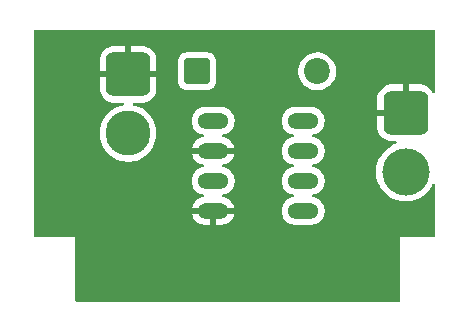
<source format=gbr>
%TF.GenerationSoftware,KiCad,Pcbnew,9.0.4*%
%TF.CreationDate,2025-09-26T17:32:34-05:00*%
%TF.ProjectId,Onboarding,4f6e626f-6172-4646-996e-672e6b696361,rev?*%
%TF.SameCoordinates,Original*%
%TF.FileFunction,Copper,L2,Bot*%
%TF.FilePolarity,Positive*%
%FSLAX46Y46*%
G04 Gerber Fmt 4.6, Leading zero omitted, Abs format (unit mm)*
G04 Created by KiCad (PCBNEW 9.0.4) date 2025-09-26 17:32:34*
%MOMM*%
%LPD*%
G01*
G04 APERTURE LIST*
G04 Aperture macros list*
%AMRoundRect*
0 Rectangle with rounded corners*
0 $1 Rounding radius*
0 $2 $3 $4 $5 $6 $7 $8 $9 X,Y pos of 4 corners*
0 Add a 4 corners polygon primitive as box body*
4,1,4,$2,$3,$4,$5,$6,$7,$8,$9,$2,$3,0*
0 Add four circle primitives for the rounded corners*
1,1,$1+$1,$2,$3*
1,1,$1+$1,$4,$5*
1,1,$1+$1,$6,$7*
1,1,$1+$1,$8,$9*
0 Add four rect primitives between the rounded corners*
20,1,$1+$1,$2,$3,$4,$5,0*
20,1,$1+$1,$4,$5,$6,$7,0*
20,1,$1+$1,$6,$7,$8,$9,0*
20,1,$1+$1,$8,$9,$2,$3,0*%
G04 Aperture macros list end*
%TA.AperFunction,ComponentPad*%
%ADD10O,2.641600X1.320800*%
%TD*%
%TA.AperFunction,ComponentPad*%
%ADD11RoundRect,0.249999X-0.850001X-0.850001X0.850001X-0.850001X0.850001X0.850001X-0.850001X0.850001X0*%
%TD*%
%TA.AperFunction,ComponentPad*%
%ADD12C,2.200000*%
%TD*%
%TA.AperFunction,ComponentPad*%
%ADD13C,3.800000*%
%TD*%
%TA.AperFunction,ComponentPad*%
%ADD14RoundRect,0.760000X-1.140000X1.140000X-1.140000X-1.140000X1.140000X-1.140000X1.140000X1.140000X0*%
%TD*%
%TA.AperFunction,ComponentPad*%
%ADD15C,4.000000*%
%TD*%
G04 APERTURE END LIST*
D10*
%TO.P,IC1,8,DRC*%
%TO.N,Net-(IC1-DRC)*%
X109310000Y-74690000D03*
%TO.P,IC1,7,IPK*%
%TO.N,Net-(IC1-IPK)*%
X109310000Y-77230000D03*
%TO.P,IC1,6,VCC*%
%TO.N,+12V*%
X109310000Y-79770000D03*
%TO.P,IC1,5,COMP*%
%TO.N,Net-(IC1-COMP)*%
X109310000Y-82310000D03*
%TO.P,IC1,4,GND*%
%TO.N,GND*%
X101690000Y-82310000D03*
%TO.P,IC1,3,TC*%
%TO.N,Net-(IC1-TC)*%
X101690000Y-79770000D03*
%TO.P,IC1,2,SWE*%
%TO.N,GND*%
X101690000Y-77230000D03*
%TO.P,IC1,1,SWC*%
%TO.N,Net-(D2-A)*%
X101690000Y-74690000D03*
%TD*%
D11*
%TO.P,D2,1,K*%
%TO.N,VCC*%
X100340000Y-70500000D03*
D12*
%TO.P,D2,2,A*%
%TO.N,Net-(D2-A)*%
X110500000Y-70500000D03*
%TD*%
D13*
%TO.P,J2,2,Pin_2*%
%TO.N,VCC*%
X94500000Y-75750000D03*
D14*
%TO.P,J2,1,Pin_1*%
%TO.N,GND*%
X94500000Y-70750000D03*
%TD*%
D15*
%TO.P,J1,2,Pin_2*%
%TO.N,+12V*%
X118000000Y-79000000D03*
D14*
%TO.P,J1,1,Pin_1*%
%TO.N,GND*%
X118000000Y-74000000D03*
%TD*%
%TA.AperFunction,Conductor*%
%TO.N,GND*%
G36*
X120443039Y-67019685D02*
G01*
X120488794Y-67072489D01*
X120500000Y-67124000D01*
X120500000Y-72234575D01*
X120480315Y-72301614D01*
X120427511Y-72347369D01*
X120358353Y-72357313D01*
X120294797Y-72328288D01*
X120263101Y-72285857D01*
X120240302Y-72235665D01*
X120240301Y-72235663D01*
X120111148Y-72049241D01*
X120111138Y-72049229D01*
X119950770Y-71888861D01*
X119950758Y-71888851D01*
X119764336Y-71759698D01*
X119764330Y-71759695D01*
X119557832Y-71665899D01*
X119557829Y-71665898D01*
X119337912Y-71610483D01*
X119337906Y-71610482D01*
X119204719Y-71600000D01*
X118250000Y-71600000D01*
X118250000Y-72672768D01*
X118106247Y-72650000D01*
X117893753Y-72650000D01*
X117750000Y-72672768D01*
X117750000Y-71600000D01*
X116795280Y-71600000D01*
X116662093Y-71610482D01*
X116662087Y-71610483D01*
X116442170Y-71665898D01*
X116442167Y-71665899D01*
X116235669Y-71759695D01*
X116235663Y-71759698D01*
X116049241Y-71888851D01*
X116049229Y-71888861D01*
X115888861Y-72049229D01*
X115888851Y-72049241D01*
X115759698Y-72235663D01*
X115759695Y-72235669D01*
X115665899Y-72442167D01*
X115665898Y-72442170D01*
X115610483Y-72662087D01*
X115610482Y-72662093D01*
X115600000Y-72795280D01*
X115600000Y-73750000D01*
X116672769Y-73750000D01*
X116650000Y-73893753D01*
X116650000Y-74106247D01*
X116672769Y-74250000D01*
X115600000Y-74250000D01*
X115600000Y-75204719D01*
X115610482Y-75337906D01*
X115610483Y-75337912D01*
X115665898Y-75557829D01*
X115665899Y-75557832D01*
X115759695Y-75764330D01*
X115759698Y-75764336D01*
X115888851Y-75950758D01*
X115888861Y-75950770D01*
X116049229Y-76111138D01*
X116049241Y-76111148D01*
X116235663Y-76240301D01*
X116235669Y-76240304D01*
X116442167Y-76334100D01*
X116442170Y-76334101D01*
X116662087Y-76389516D01*
X116662093Y-76389517D01*
X116795280Y-76399999D01*
X116795294Y-76400000D01*
X117129690Y-76400000D01*
X117196729Y-76419685D01*
X117242484Y-76472489D01*
X117252428Y-76541647D01*
X117223403Y-76605203D01*
X117170645Y-76641041D01*
X117041588Y-76686200D01*
X116788557Y-76808053D01*
X116550753Y-76957476D01*
X116331175Y-77132583D01*
X116132583Y-77331175D01*
X115957476Y-77550753D01*
X115808053Y-77788557D01*
X115686200Y-78041588D01*
X115593443Y-78306670D01*
X115593439Y-78306682D01*
X115530945Y-78580487D01*
X115530942Y-78580505D01*
X115499500Y-78859568D01*
X115499500Y-79140431D01*
X115530942Y-79419494D01*
X115530945Y-79419512D01*
X115593439Y-79693317D01*
X115593443Y-79693329D01*
X115686200Y-79958411D01*
X115808053Y-80211442D01*
X115854275Y-80285004D01*
X115957477Y-80449248D01*
X116132584Y-80668825D01*
X116331175Y-80867416D01*
X116550752Y-81042523D01*
X116788555Y-81191945D01*
X117041592Y-81313801D01*
X117240680Y-81383465D01*
X117306670Y-81406556D01*
X117306682Y-81406560D01*
X117580491Y-81469055D01*
X117580497Y-81469055D01*
X117580505Y-81469057D01*
X117766547Y-81490018D01*
X117859569Y-81500499D01*
X117859572Y-81500500D01*
X117859575Y-81500500D01*
X118140428Y-81500500D01*
X118140429Y-81500499D01*
X118283055Y-81484429D01*
X118419494Y-81469057D01*
X118419499Y-81469056D01*
X118419509Y-81469055D01*
X118693318Y-81406560D01*
X118958408Y-81313801D01*
X119211445Y-81191945D01*
X119449248Y-81042523D01*
X119668825Y-80867416D01*
X119867416Y-80668825D01*
X120042523Y-80449248D01*
X120191945Y-80211445D01*
X120191948Y-80211439D01*
X120264280Y-80061241D01*
X120311102Y-80009381D01*
X120378529Y-79991068D01*
X120445153Y-80012116D01*
X120489822Y-80065842D01*
X120500000Y-80115042D01*
X120500000Y-84376000D01*
X120480315Y-84443039D01*
X120427511Y-84488794D01*
X120376000Y-84500000D01*
X86624000Y-84500000D01*
X86556961Y-84480315D01*
X86511206Y-84427511D01*
X86500000Y-84376000D01*
X86500000Y-75615186D01*
X92099500Y-75615186D01*
X92099500Y-75884813D01*
X92129686Y-76152719D01*
X92129687Y-76152728D01*
X92129688Y-76152732D01*
X92130118Y-76154616D01*
X92189684Y-76415594D01*
X92189687Y-76415602D01*
X92278734Y-76670082D01*
X92395714Y-76912994D01*
X92395716Y-76912997D01*
X92539162Y-77141289D01*
X92707266Y-77352085D01*
X92897915Y-77542734D01*
X93108711Y-77710838D01*
X93337003Y-77854284D01*
X93579921Y-77971267D01*
X93771049Y-78038145D01*
X93834397Y-78060312D01*
X93834405Y-78060315D01*
X93834408Y-78060315D01*
X93834409Y-78060316D01*
X94097268Y-78120312D01*
X94365187Y-78150499D01*
X94365188Y-78150500D01*
X94365191Y-78150500D01*
X94634812Y-78150500D01*
X94634812Y-78150499D01*
X94902732Y-78120312D01*
X95165591Y-78060316D01*
X95420079Y-77971267D01*
X95662997Y-77854284D01*
X95891289Y-77710838D01*
X96102085Y-77542734D01*
X96292734Y-77352085D01*
X96460838Y-77141289D01*
X96604284Y-76912997D01*
X96721267Y-76670079D01*
X96810316Y-76415591D01*
X96870312Y-76152732D01*
X96900500Y-75884809D01*
X96900500Y-75615191D01*
X96870312Y-75347268D01*
X96810316Y-75084409D01*
X96721267Y-74829921D01*
X96609883Y-74598629D01*
X99868700Y-74598629D01*
X99868700Y-74781370D01*
X99897284Y-74961841D01*
X99897285Y-74961845D01*
X99953752Y-75135631D01*
X100036709Y-75298444D01*
X100144115Y-75446276D01*
X100273324Y-75575485D01*
X100421156Y-75682891D01*
X100583969Y-75765848D01*
X100757755Y-75822315D01*
X100807139Y-75830136D01*
X100855395Y-75837780D01*
X100918530Y-75867709D01*
X100955461Y-75927021D01*
X100954463Y-75996883D01*
X100915853Y-76055116D01*
X100855396Y-76082726D01*
X100757870Y-76098173D01*
X100584156Y-76154616D01*
X100421417Y-76237537D01*
X100273648Y-76344899D01*
X100273647Y-76344899D01*
X100144499Y-76474047D01*
X100144499Y-76474048D01*
X100037137Y-76621817D01*
X99954216Y-76784558D01*
X99897772Y-76958271D01*
X99894331Y-76979999D01*
X99894332Y-76980000D01*
X101365263Y-76980000D01*
X101364799Y-76980464D01*
X101311295Y-77073135D01*
X101283600Y-77176496D01*
X101283600Y-77283504D01*
X101311295Y-77386865D01*
X101364799Y-77479536D01*
X101365263Y-77480000D01*
X99894332Y-77480000D01*
X99897772Y-77501728D01*
X99954216Y-77675441D01*
X100037137Y-77838182D01*
X100144499Y-77985951D01*
X100144499Y-77985952D01*
X100273647Y-78115100D01*
X100421417Y-78222462D01*
X100584156Y-78305383D01*
X100757870Y-78361826D01*
X100855395Y-78377273D01*
X100918529Y-78407202D01*
X100955461Y-78466513D01*
X100954463Y-78536376D01*
X100915854Y-78594609D01*
X100855396Y-78622219D01*
X100757757Y-78637684D01*
X100583966Y-78694153D01*
X100421155Y-78777109D01*
X100273321Y-78884517D01*
X100144117Y-79013721D01*
X100036709Y-79161555D01*
X99953753Y-79324366D01*
X99897284Y-79498158D01*
X99868700Y-79678629D01*
X99868700Y-79861370D01*
X99892143Y-80009381D01*
X99897285Y-80041845D01*
X99953752Y-80215631D01*
X100036709Y-80378444D01*
X100144115Y-80526276D01*
X100273324Y-80655485D01*
X100421156Y-80762891D01*
X100583969Y-80845848D01*
X100757755Y-80902315D01*
X100807139Y-80910136D01*
X100855395Y-80917780D01*
X100918530Y-80947709D01*
X100955461Y-81007021D01*
X100954463Y-81076883D01*
X100915853Y-81135116D01*
X100855396Y-81162726D01*
X100757870Y-81178173D01*
X100584156Y-81234616D01*
X100421417Y-81317537D01*
X100273648Y-81424899D01*
X100273647Y-81424899D01*
X100144499Y-81554047D01*
X100144499Y-81554048D01*
X100037137Y-81701817D01*
X99954216Y-81864558D01*
X99897772Y-82038271D01*
X99894331Y-82059999D01*
X99894332Y-82060000D01*
X101365263Y-82060000D01*
X101364799Y-82060464D01*
X101311295Y-82153135D01*
X101283600Y-82256496D01*
X101283600Y-82363504D01*
X101311295Y-82466865D01*
X101364799Y-82559536D01*
X101365263Y-82560000D01*
X99894332Y-82560000D01*
X99897772Y-82581728D01*
X99954216Y-82755441D01*
X100037137Y-82918182D01*
X100144499Y-83065951D01*
X100144499Y-83065952D01*
X100273647Y-83195100D01*
X100421417Y-83302462D01*
X100584156Y-83385383D01*
X100757871Y-83441827D01*
X100938270Y-83470400D01*
X101440000Y-83470400D01*
X101440000Y-82634737D01*
X101440464Y-82635201D01*
X101533135Y-82688705D01*
X101636496Y-82716400D01*
X101743504Y-82716400D01*
X101846865Y-82688705D01*
X101939536Y-82635201D01*
X101940000Y-82634737D01*
X101940000Y-83470400D01*
X102441730Y-83470400D01*
X102622128Y-83441827D01*
X102795843Y-83385383D01*
X102958582Y-83302462D01*
X103106351Y-83195100D01*
X103106352Y-83195100D01*
X103235500Y-83065952D01*
X103235500Y-83065951D01*
X103342862Y-82918182D01*
X103425783Y-82755441D01*
X103482227Y-82581728D01*
X103485668Y-82560000D01*
X102014737Y-82560000D01*
X102015201Y-82559536D01*
X102068705Y-82466865D01*
X102096400Y-82363504D01*
X102096400Y-82256496D01*
X102068705Y-82153135D01*
X102015201Y-82060464D01*
X102014737Y-82060000D01*
X103485668Y-82060000D01*
X103485668Y-82059999D01*
X103482227Y-82038271D01*
X103425783Y-81864558D01*
X103342862Y-81701817D01*
X103235500Y-81554048D01*
X103235500Y-81554047D01*
X103106352Y-81424899D01*
X102958582Y-81317537D01*
X102795843Y-81234616D01*
X102622129Y-81178173D01*
X102524603Y-81162726D01*
X102461469Y-81132796D01*
X102424538Y-81073485D01*
X102425536Y-81003622D01*
X102464146Y-80945390D01*
X102524604Y-80917780D01*
X102556399Y-80912743D01*
X102622245Y-80902315D01*
X102796031Y-80845848D01*
X102958844Y-80762891D01*
X103106676Y-80655485D01*
X103235885Y-80526276D01*
X103343291Y-80378444D01*
X103426248Y-80215631D01*
X103482715Y-80041845D01*
X103495930Y-79958408D01*
X103511300Y-79861370D01*
X103511300Y-79678629D01*
X103482715Y-79498158D01*
X103482715Y-79498155D01*
X103426248Y-79324369D01*
X103343291Y-79161556D01*
X103235885Y-79013724D01*
X103106676Y-78884515D01*
X102958844Y-78777109D01*
X102796031Y-78694152D01*
X102622245Y-78637685D01*
X102622243Y-78637684D01*
X102524603Y-78622219D01*
X102461468Y-78592289D01*
X102424538Y-78532977D01*
X102425536Y-78463115D01*
X102464147Y-78404882D01*
X102524605Y-78377273D01*
X102622127Y-78361827D01*
X102622128Y-78361827D01*
X102795843Y-78305383D01*
X102958582Y-78222462D01*
X103106351Y-78115100D01*
X103106352Y-78115100D01*
X103235500Y-77985952D01*
X103235500Y-77985951D01*
X103342862Y-77838182D01*
X103425783Y-77675441D01*
X103482227Y-77501728D01*
X103485668Y-77480000D01*
X102014737Y-77480000D01*
X102015201Y-77479536D01*
X102068705Y-77386865D01*
X102096400Y-77283504D01*
X102096400Y-77176496D01*
X102068705Y-77073135D01*
X102015201Y-76980464D01*
X102014737Y-76980000D01*
X103485668Y-76980000D01*
X103485668Y-76979999D01*
X103482227Y-76958271D01*
X103425783Y-76784558D01*
X103342862Y-76621817D01*
X103235500Y-76474048D01*
X103235500Y-76474047D01*
X103106352Y-76344899D01*
X102958582Y-76237537D01*
X102795843Y-76154616D01*
X102622129Y-76098173D01*
X102524603Y-76082726D01*
X102461469Y-76052796D01*
X102424538Y-75993485D01*
X102425536Y-75923622D01*
X102464146Y-75865390D01*
X102524604Y-75837780D01*
X102556399Y-75832743D01*
X102622245Y-75822315D01*
X102796031Y-75765848D01*
X102958844Y-75682891D01*
X103106676Y-75575485D01*
X103235885Y-75446276D01*
X103343291Y-75298444D01*
X103426248Y-75135631D01*
X103482715Y-74961845D01*
X103503610Y-74829921D01*
X103511300Y-74781370D01*
X103511300Y-74598629D01*
X107488700Y-74598629D01*
X107488700Y-74781370D01*
X107517284Y-74961841D01*
X107517285Y-74961845D01*
X107573752Y-75135631D01*
X107656709Y-75298444D01*
X107764115Y-75446276D01*
X107893324Y-75575485D01*
X108041156Y-75682891D01*
X108203969Y-75765848D01*
X108377755Y-75822315D01*
X108421812Y-75829293D01*
X108473797Y-75837527D01*
X108536932Y-75867456D01*
X108573863Y-75926768D01*
X108572865Y-75996631D01*
X108534255Y-76054863D01*
X108473797Y-76082473D01*
X108377758Y-76097684D01*
X108203966Y-76154153D01*
X108041155Y-76237109D01*
X107893321Y-76344517D01*
X107764117Y-76473721D01*
X107656709Y-76621555D01*
X107573753Y-76784366D01*
X107517284Y-76958158D01*
X107488700Y-77138629D01*
X107488700Y-77321370D01*
X107513825Y-77480000D01*
X107517285Y-77501845D01*
X107573752Y-77675631D01*
X107656709Y-77838444D01*
X107764115Y-77986276D01*
X107893324Y-78115485D01*
X108041156Y-78222891D01*
X108203969Y-78305848D01*
X108377755Y-78362315D01*
X108421812Y-78369293D01*
X108473797Y-78377527D01*
X108536932Y-78407456D01*
X108573863Y-78466768D01*
X108572865Y-78536631D01*
X108534255Y-78594863D01*
X108473797Y-78622473D01*
X108377758Y-78637684D01*
X108203966Y-78694153D01*
X108041155Y-78777109D01*
X107893321Y-78884517D01*
X107764117Y-79013721D01*
X107656709Y-79161555D01*
X107573753Y-79324366D01*
X107517284Y-79498158D01*
X107488700Y-79678629D01*
X107488700Y-79861370D01*
X107512143Y-80009381D01*
X107517285Y-80041845D01*
X107573752Y-80215631D01*
X107656709Y-80378444D01*
X107764115Y-80526276D01*
X107893324Y-80655485D01*
X108041156Y-80762891D01*
X108203969Y-80845848D01*
X108377755Y-80902315D01*
X108421812Y-80909293D01*
X108473797Y-80917527D01*
X108536932Y-80947456D01*
X108573863Y-81006768D01*
X108572865Y-81076631D01*
X108534255Y-81134863D01*
X108473797Y-81162473D01*
X108377758Y-81177684D01*
X108203966Y-81234153D01*
X108041155Y-81317109D01*
X107893321Y-81424517D01*
X107764117Y-81553721D01*
X107656709Y-81701555D01*
X107573753Y-81864366D01*
X107517284Y-82038158D01*
X107488700Y-82218629D01*
X107488700Y-82401370D01*
X107513825Y-82560000D01*
X107517285Y-82581845D01*
X107573752Y-82755631D01*
X107656709Y-82918444D01*
X107764115Y-83066276D01*
X107893324Y-83195485D01*
X108041156Y-83302891D01*
X108203969Y-83385848D01*
X108377755Y-83442315D01*
X108445435Y-83453034D01*
X108558230Y-83470900D01*
X108558235Y-83470900D01*
X110061770Y-83470900D01*
X110162031Y-83455019D01*
X110242245Y-83442315D01*
X110416031Y-83385848D01*
X110578844Y-83302891D01*
X110726676Y-83195485D01*
X110855885Y-83066276D01*
X110963291Y-82918444D01*
X111046248Y-82755631D01*
X111102715Y-82581845D01*
X111120926Y-82466865D01*
X111131300Y-82401370D01*
X111131300Y-82218629D01*
X111106175Y-82060000D01*
X111102715Y-82038155D01*
X111046248Y-81864369D01*
X110963291Y-81701556D01*
X110855885Y-81553724D01*
X110726676Y-81424515D01*
X110578844Y-81317109D01*
X110416031Y-81234152D01*
X110242245Y-81177685D01*
X110242243Y-81177684D01*
X110242241Y-81177684D01*
X110146202Y-81162473D01*
X110083067Y-81132544D01*
X110046136Y-81073232D01*
X110047134Y-81003370D01*
X110085744Y-80945137D01*
X110146202Y-80917527D01*
X110183501Y-80911619D01*
X110242245Y-80902315D01*
X110416031Y-80845848D01*
X110578844Y-80762891D01*
X110726676Y-80655485D01*
X110855885Y-80526276D01*
X110963291Y-80378444D01*
X111046248Y-80215631D01*
X111102715Y-80041845D01*
X111115930Y-79958408D01*
X111131300Y-79861370D01*
X111131300Y-79678629D01*
X111102715Y-79498158D01*
X111102715Y-79498155D01*
X111046248Y-79324369D01*
X110963291Y-79161556D01*
X110855885Y-79013724D01*
X110726676Y-78884515D01*
X110578844Y-78777109D01*
X110416031Y-78694152D01*
X110242245Y-78637685D01*
X110242243Y-78637684D01*
X110242241Y-78637684D01*
X110146202Y-78622473D01*
X110083067Y-78592544D01*
X110046136Y-78533232D01*
X110047134Y-78463370D01*
X110085744Y-78405137D01*
X110146202Y-78377527D01*
X110183501Y-78371619D01*
X110242245Y-78362315D01*
X110416031Y-78305848D01*
X110578844Y-78222891D01*
X110726676Y-78115485D01*
X110855885Y-77986276D01*
X110963291Y-77838444D01*
X111046248Y-77675631D01*
X111102715Y-77501845D01*
X111120926Y-77386865D01*
X111131300Y-77321370D01*
X111131300Y-77138629D01*
X111106175Y-76980000D01*
X111102715Y-76958155D01*
X111046248Y-76784369D01*
X110963291Y-76621556D01*
X110855885Y-76473724D01*
X110726676Y-76344515D01*
X110578844Y-76237109D01*
X110416031Y-76154152D01*
X110242245Y-76097685D01*
X110242243Y-76097684D01*
X110242241Y-76097684D01*
X110146202Y-76082473D01*
X110083067Y-76052544D01*
X110046136Y-75993232D01*
X110047134Y-75923370D01*
X110085744Y-75865137D01*
X110146202Y-75837527D01*
X110183501Y-75831619D01*
X110242245Y-75822315D01*
X110416031Y-75765848D01*
X110578844Y-75682891D01*
X110726676Y-75575485D01*
X110855885Y-75446276D01*
X110963291Y-75298444D01*
X111046248Y-75135631D01*
X111102715Y-74961845D01*
X111123610Y-74829921D01*
X111131300Y-74781370D01*
X111131300Y-74598629D01*
X111102715Y-74418158D01*
X111102715Y-74418155D01*
X111046248Y-74244369D01*
X110963291Y-74081556D01*
X110855885Y-73933724D01*
X110726676Y-73804515D01*
X110578844Y-73697109D01*
X110416031Y-73614152D01*
X110242245Y-73557685D01*
X110242243Y-73557684D01*
X110242241Y-73557684D01*
X110061770Y-73529100D01*
X110061765Y-73529100D01*
X108558235Y-73529100D01*
X108558230Y-73529100D01*
X108377758Y-73557684D01*
X108203966Y-73614153D01*
X108041155Y-73697109D01*
X107893321Y-73804517D01*
X107764117Y-73933721D01*
X107656709Y-74081555D01*
X107573753Y-74244366D01*
X107517284Y-74418158D01*
X107488700Y-74598629D01*
X103511300Y-74598629D01*
X103482715Y-74418158D01*
X103482715Y-74418155D01*
X103426248Y-74244369D01*
X103343291Y-74081556D01*
X103235885Y-73933724D01*
X103106676Y-73804515D01*
X102958844Y-73697109D01*
X102796031Y-73614152D01*
X102622245Y-73557685D01*
X102622243Y-73557684D01*
X102622241Y-73557684D01*
X102441770Y-73529100D01*
X102441765Y-73529100D01*
X100938235Y-73529100D01*
X100938230Y-73529100D01*
X100757758Y-73557684D01*
X100583966Y-73614153D01*
X100421155Y-73697109D01*
X100273321Y-73804517D01*
X100144117Y-73933721D01*
X100036709Y-74081555D01*
X99953753Y-74244366D01*
X99897284Y-74418158D01*
X99868700Y-74598629D01*
X96609883Y-74598629D01*
X96604287Y-74587008D01*
X96604284Y-74587003D01*
X96460838Y-74358711D01*
X96292734Y-74147915D01*
X96102085Y-73957266D01*
X96072560Y-73933721D01*
X96022442Y-73893753D01*
X95891289Y-73789162D01*
X95662997Y-73645716D01*
X95662994Y-73645714D01*
X95420082Y-73528734D01*
X95165602Y-73439687D01*
X95165594Y-73439684D01*
X94998814Y-73401618D01*
X94969339Y-73394890D01*
X94908362Y-73360782D01*
X94875504Y-73299121D01*
X94881199Y-73229484D01*
X94923639Y-73173980D01*
X94989349Y-73150232D01*
X94996933Y-73150000D01*
X95704706Y-73150000D01*
X95704719Y-73149999D01*
X95837906Y-73139517D01*
X95837912Y-73139516D01*
X96057829Y-73084101D01*
X96057832Y-73084100D01*
X96264330Y-72990304D01*
X96264336Y-72990301D01*
X96450758Y-72861148D01*
X96450770Y-72861138D01*
X96606739Y-72705170D01*
X96611138Y-72700770D01*
X96611148Y-72700758D01*
X96740301Y-72514336D01*
X96740304Y-72514330D01*
X96834100Y-72307832D01*
X96834101Y-72307829D01*
X96889516Y-72087912D01*
X96889517Y-72087906D01*
X96899999Y-71954719D01*
X96900000Y-71954706D01*
X96900000Y-71000000D01*
X95827231Y-71000000D01*
X95850000Y-70856247D01*
X95850000Y-70643753D01*
X95827231Y-70500000D01*
X96900000Y-70500000D01*
X96900000Y-69599982D01*
X98739500Y-69599982D01*
X98739500Y-71400017D01*
X98750000Y-71502796D01*
X98785684Y-71610482D01*
X98805186Y-71669335D01*
X98897288Y-71818656D01*
X99021344Y-71942712D01*
X99170665Y-72034814D01*
X99337202Y-72089999D01*
X99439990Y-72100500D01*
X99439995Y-72100500D01*
X101240005Y-72100500D01*
X101240010Y-72100500D01*
X101342798Y-72089999D01*
X101509335Y-72034814D01*
X101658656Y-71942712D01*
X101782712Y-71818656D01*
X101874814Y-71669335D01*
X101929999Y-71502798D01*
X101940500Y-71400010D01*
X101940500Y-70374038D01*
X108899500Y-70374038D01*
X108899500Y-70625961D01*
X108938910Y-70874785D01*
X109016760Y-71114383D01*
X109131132Y-71338848D01*
X109279201Y-71542649D01*
X109279205Y-71542654D01*
X109457345Y-71720794D01*
X109457350Y-71720798D01*
X109635117Y-71849952D01*
X109661155Y-71868870D01*
X109804184Y-71941747D01*
X109885616Y-71983239D01*
X109885618Y-71983239D01*
X109885621Y-71983241D01*
X110125215Y-72061090D01*
X110374038Y-72100500D01*
X110374039Y-72100500D01*
X110625961Y-72100500D01*
X110625962Y-72100500D01*
X110874785Y-72061090D01*
X111114379Y-71983241D01*
X111338845Y-71868870D01*
X111542656Y-71720793D01*
X111720793Y-71542656D01*
X111868870Y-71338845D01*
X111983241Y-71114379D01*
X112061090Y-70874785D01*
X112100500Y-70625962D01*
X112100500Y-70374038D01*
X112061090Y-70125215D01*
X111983241Y-69885621D01*
X111983239Y-69885618D01*
X111983239Y-69885616D01*
X111941747Y-69804184D01*
X111868870Y-69661155D01*
X111784682Y-69545280D01*
X111720798Y-69457350D01*
X111720794Y-69457345D01*
X111542654Y-69279205D01*
X111542649Y-69279201D01*
X111338848Y-69131132D01*
X111338847Y-69131131D01*
X111338845Y-69131130D01*
X111268747Y-69095413D01*
X111114383Y-69016760D01*
X110874785Y-68938910D01*
X110625962Y-68899500D01*
X110374038Y-68899500D01*
X110307738Y-68910001D01*
X110125214Y-68938910D01*
X109885616Y-69016760D01*
X109661151Y-69131132D01*
X109457350Y-69279201D01*
X109457345Y-69279205D01*
X109279205Y-69457345D01*
X109279201Y-69457350D01*
X109131132Y-69661151D01*
X109016760Y-69885616D01*
X108938910Y-70125214D01*
X108899500Y-70374038D01*
X101940500Y-70374038D01*
X101940500Y-69599990D01*
X101929999Y-69497202D01*
X101874814Y-69330665D01*
X101782712Y-69181344D01*
X101658656Y-69057288D01*
X101542543Y-68985669D01*
X101509337Y-68965187D01*
X101509332Y-68965185D01*
X101507863Y-68964698D01*
X101342798Y-68910001D01*
X101342796Y-68910000D01*
X101240017Y-68899500D01*
X101240010Y-68899500D01*
X99439990Y-68899500D01*
X99439982Y-68899500D01*
X99337203Y-68910000D01*
X99337202Y-68910001D01*
X99254669Y-68937349D01*
X99170667Y-68965185D01*
X99170662Y-68965187D01*
X99021342Y-69057289D01*
X98897289Y-69181342D01*
X98805187Y-69330662D01*
X98805186Y-69330665D01*
X98750001Y-69497202D01*
X98750001Y-69497203D01*
X98750000Y-69497203D01*
X98739500Y-69599982D01*
X96900000Y-69599982D01*
X96900000Y-69545293D01*
X96899999Y-69545280D01*
X96889517Y-69412093D01*
X96889516Y-69412087D01*
X96834101Y-69192170D01*
X96834100Y-69192167D01*
X96740304Y-68985669D01*
X96740301Y-68985663D01*
X96611148Y-68799241D01*
X96611138Y-68799229D01*
X96450770Y-68638861D01*
X96450758Y-68638851D01*
X96264336Y-68509698D01*
X96264330Y-68509695D01*
X96057832Y-68415899D01*
X96057829Y-68415898D01*
X95837912Y-68360483D01*
X95837906Y-68360482D01*
X95704719Y-68350000D01*
X94750000Y-68350000D01*
X94750000Y-69422768D01*
X94606247Y-69400000D01*
X94393753Y-69400000D01*
X94250000Y-69422768D01*
X94250000Y-68350000D01*
X93295280Y-68350000D01*
X93162093Y-68360482D01*
X93162087Y-68360483D01*
X92942170Y-68415898D01*
X92942167Y-68415899D01*
X92735669Y-68509695D01*
X92735663Y-68509698D01*
X92549241Y-68638851D01*
X92549229Y-68638861D01*
X92388861Y-68799229D01*
X92388851Y-68799241D01*
X92259698Y-68985663D01*
X92259695Y-68985669D01*
X92165899Y-69192167D01*
X92165898Y-69192170D01*
X92110483Y-69412087D01*
X92110482Y-69412093D01*
X92100000Y-69545280D01*
X92100000Y-70500000D01*
X93172769Y-70500000D01*
X93150000Y-70643753D01*
X93150000Y-70856247D01*
X93172769Y-71000000D01*
X92100000Y-71000000D01*
X92100000Y-71954719D01*
X92110482Y-72087906D01*
X92110483Y-72087912D01*
X92165898Y-72307829D01*
X92165899Y-72307832D01*
X92259695Y-72514330D01*
X92259698Y-72514336D01*
X92388851Y-72700758D01*
X92388861Y-72700770D01*
X92549229Y-72861138D01*
X92549241Y-72861148D01*
X92735663Y-72990301D01*
X92735669Y-72990304D01*
X92942167Y-73084100D01*
X92942170Y-73084101D01*
X93162087Y-73139516D01*
X93162093Y-73139517D01*
X93295280Y-73149999D01*
X93295294Y-73150000D01*
X94003067Y-73150000D01*
X94070106Y-73169685D01*
X94115861Y-73222489D01*
X94125805Y-73291647D01*
X94096780Y-73355203D01*
X94038002Y-73392977D01*
X94030663Y-73394890D01*
X94007691Y-73400133D01*
X93834405Y-73439684D01*
X93834397Y-73439687D01*
X93579917Y-73528734D01*
X93337005Y-73645714D01*
X93108712Y-73789161D01*
X92897915Y-73957265D01*
X92707265Y-74147915D01*
X92539161Y-74358712D01*
X92395714Y-74587005D01*
X92278734Y-74829917D01*
X92189687Y-75084397D01*
X92189684Y-75084405D01*
X92129688Y-75347268D01*
X92129686Y-75347280D01*
X92099500Y-75615186D01*
X86500000Y-75615186D01*
X86500000Y-67124000D01*
X86519685Y-67056961D01*
X86572489Y-67011206D01*
X86624000Y-67000000D01*
X120376000Y-67000000D01*
X120443039Y-67019685D01*
G37*
%TD.AperFunction*%
%TD*%
%TA.AperFunction,Conductor*%
%TO.N,GND*%
G36*
X117500000Y-89875500D02*
G01*
X117480315Y-89942539D01*
X117427511Y-89988294D01*
X117376000Y-89999500D01*
X90124000Y-89999500D01*
X90056961Y-89979815D01*
X90011206Y-89927011D01*
X90000000Y-89875500D01*
X90000000Y-84500000D01*
X117500000Y-84500000D01*
X117500000Y-89875500D01*
G37*
%TD.AperFunction*%
%TD*%
M02*

</source>
